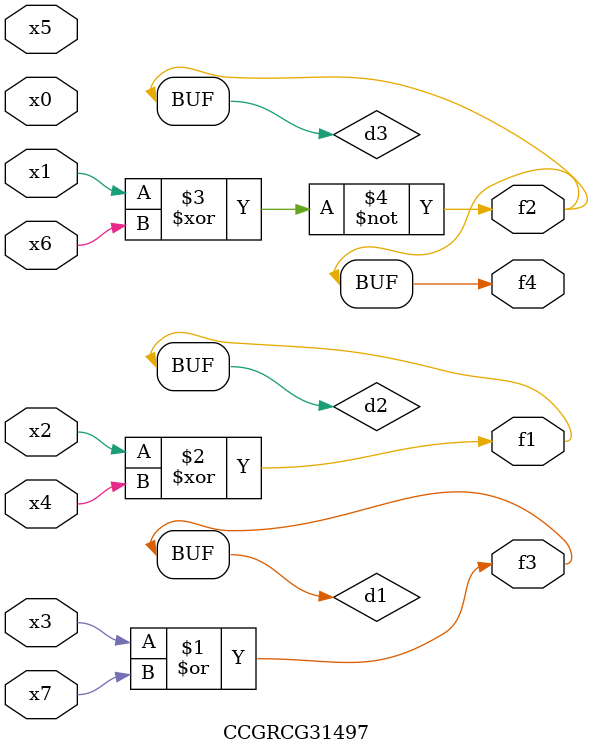
<source format=v>
module CCGRCG31497(
	input x0, x1, x2, x3, x4, x5, x6, x7,
	output f1, f2, f3, f4
);

	wire d1, d2, d3;

	or (d1, x3, x7);
	xor (d2, x2, x4);
	xnor (d3, x1, x6);
	assign f1 = d2;
	assign f2 = d3;
	assign f3 = d1;
	assign f4 = d3;
endmodule

</source>
